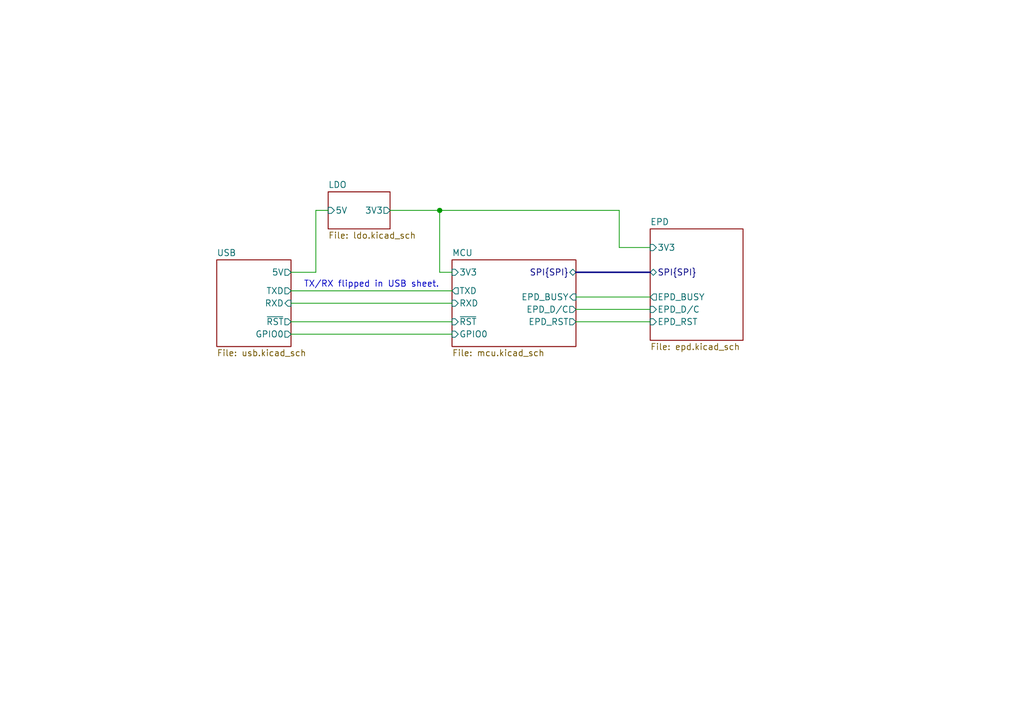
<source format=kicad_sch>
(kicad_sch
	(version 20231120)
	(generator "eeschema")
	(generator_version "8.0")
	(uuid "50da2b4e-34b1-4787-8ee6-5d7d17f804f4")
	(paper "A5")
	(lib_symbols)
	(bus_alias "SPI"
		(members "MOSI" "MISO" "SCLK" "~{CS}")
	)
	(junction
		(at 90.17 43.18)
		(diameter 0)
		(color 0 0 0 0)
		(uuid "e24450bb-a1e7-43ab-bf31-1431b13e8f44")
	)
	(wire
		(pts
			(xy 59.69 62.23) (xy 92.71 62.23)
		)
		(stroke
			(width 0)
			(type default)
		)
		(uuid "0a47dc8d-047f-404d-8fc2-cb8278495178")
	)
	(wire
		(pts
			(xy 127 43.18) (xy 127 50.8)
		)
		(stroke
			(width 0)
			(type default)
		)
		(uuid "38d912ab-7600-4f57-be85-ea510def16d6")
	)
	(wire
		(pts
			(xy 90.17 43.18) (xy 80.01 43.18)
		)
		(stroke
			(width 0)
			(type default)
		)
		(uuid "426b762c-8d50-40f5-ae0e-43aeffc17780")
	)
	(bus
		(pts
			(xy 118.11 55.88) (xy 133.35 55.88)
		)
		(stroke
			(width 0)
			(type default)
		)
		(uuid "4e035a39-0a3e-4f4d-ae67-8b0a5c300e61")
	)
	(wire
		(pts
			(xy 118.11 66.04) (xy 133.35 66.04)
		)
		(stroke
			(width 0)
			(type default)
		)
		(uuid "7a22827b-3346-40c3-9076-f773771b461f")
	)
	(wire
		(pts
			(xy 64.77 55.88) (xy 64.77 43.18)
		)
		(stroke
			(width 0)
			(type default)
		)
		(uuid "9298590a-2188-4e94-87a7-6ae1ecfe8217")
	)
	(wire
		(pts
			(xy 59.69 68.58) (xy 92.71 68.58)
		)
		(stroke
			(width 0)
			(type default)
		)
		(uuid "93c196f4-d05f-4724-9d2f-2290f976a2b7")
	)
	(wire
		(pts
			(xy 59.69 59.69) (xy 92.71 59.69)
		)
		(stroke
			(width 0)
			(type default)
		)
		(uuid "a09c9dfd-c529-40af-a19f-ca1ec95d2bd2")
	)
	(wire
		(pts
			(xy 127 43.18) (xy 90.17 43.18)
		)
		(stroke
			(width 0)
			(type default)
		)
		(uuid "a0e8b2eb-8354-444e-9870-b0ea416134dd")
	)
	(wire
		(pts
			(xy 59.69 66.04) (xy 92.71 66.04)
		)
		(stroke
			(width 0)
			(type default)
		)
		(uuid "acd6966f-1ee7-45e1-8b65-2bb7dbbc329d")
	)
	(wire
		(pts
			(xy 118.11 63.5) (xy 133.35 63.5)
		)
		(stroke
			(width 0)
			(type default)
		)
		(uuid "b87e882f-a1ed-439c-b7ef-34ee13e58e57")
	)
	(wire
		(pts
			(xy 133.35 50.8) (xy 127 50.8)
		)
		(stroke
			(width 0)
			(type default)
		)
		(uuid "c04b22e8-05a6-4a88-84dd-cf2aff4c0bbc")
	)
	(wire
		(pts
			(xy 92.71 55.88) (xy 90.17 55.88)
		)
		(stroke
			(width 0)
			(type default)
		)
		(uuid "cf517fb6-f3a8-4b88-8377-cb3d27eb5e00")
	)
	(wire
		(pts
			(xy 59.69 55.88) (xy 64.77 55.88)
		)
		(stroke
			(width 0)
			(type default)
		)
		(uuid "d3241755-852a-464b-9585-b68dedc0d6f6")
	)
	(wire
		(pts
			(xy 118.11 60.96) (xy 133.35 60.96)
		)
		(stroke
			(width 0)
			(type default)
		)
		(uuid "d37a0471-77c8-4e10-bbd5-9d90420a17e8")
	)
	(wire
		(pts
			(xy 90.17 55.88) (xy 90.17 43.18)
		)
		(stroke
			(width 0)
			(type default)
		)
		(uuid "dd94032e-318f-4742-884e-8bbfc60cac8e")
	)
	(wire
		(pts
			(xy 64.77 43.18) (xy 67.31 43.18)
		)
		(stroke
			(width 0)
			(type default)
		)
		(uuid "df1983dd-ed40-442f-a3e6-dba1c7e12903")
	)
	(text "TX/RX flipped in USB sheet."
		(exclude_from_sim no)
		(at 76.2 58.42 0)
		(effects
			(font
				(size 1.27 1.27)
			)
		)
		(uuid "244b8a04-bf6f-4142-9b19-d34e5d34d4b0")
	)
	(sheet
		(at 67.31 39.37)
		(size 12.7 7.62)
		(fields_autoplaced yes)
		(stroke
			(width 0.1524)
			(type solid)
		)
		(fill
			(color 0 0 0 0.0000)
		)
		(uuid "36ef99fe-a89f-4e2b-807e-d0c916080945")
		(property "Sheetname" "LDO"
			(at 67.31 38.6584 0)
			(effects
				(font
					(size 1.27 1.27)
				)
				(justify left bottom)
			)
		)
		(property "Sheetfile" "ldo.kicad_sch"
			(at 67.31 47.5746 0)
			(effects
				(font
					(size 1.27 1.27)
				)
				(justify left top)
			)
		)
		(pin "3V3" output
			(at 80.01 43.18 0)
			(effects
				(font
					(size 1.27 1.27)
				)
				(justify right)
			)
			(uuid "90d306e7-2b53-4519-95e2-90edaa2a7669")
		)
		(pin "5V" input
			(at 67.31 43.18 180)
			(effects
				(font
					(size 1.27 1.27)
				)
				(justify left)
			)
			(uuid "6032f158-071a-4623-8460-b5a8a9898378")
		)
		(instances
			(project "busbuddy"
				(path "/50da2b4e-34b1-4787-8ee6-5d7d17f804f4"
					(page "5")
				)
			)
		)
	)
	(sheet
		(at 92.71 53.34)
		(size 25.4 17.78)
		(fields_autoplaced yes)
		(stroke
			(width 0.1524)
			(type solid)
		)
		(fill
			(color 0 0 0 0.0000)
		)
		(uuid "81f185f6-8abd-42b2-b2d9-f7e00f67ab8b")
		(property "Sheetname" "MCU"
			(at 92.71 52.6284 0)
			(effects
				(font
					(size 1.27 1.27)
				)
				(justify left bottom)
			)
		)
		(property "Sheetfile" "mcu.kicad_sch"
			(at 92.71 71.7046 0)
			(effects
				(font
					(size 1.27 1.27)
				)
				(justify left top)
			)
		)
		(pin "TXD" output
			(at 92.71 59.69 180)
			(effects
				(font
					(size 1.27 1.27)
				)
				(justify left)
			)
			(uuid "e96b5cfd-2514-41a3-8869-3c8c71ee5b4f")
		)
		(pin "RXD" input
			(at 92.71 62.23 180)
			(effects
				(font
					(size 1.27 1.27)
				)
				(justify left)
			)
			(uuid "46122c52-ec84-49f8-bb2a-39424ab49d9e")
		)
		(pin "SPI{SPI}" bidirectional
			(at 118.11 55.88 0)
			(effects
				(font
					(size 1.27 1.27)
				)
				(justify right)
			)
			(uuid "e14a1998-6ba9-4fac-bbb7-edc697ca5a0c")
		)
		(pin "3V3" input
			(at 92.71 55.88 180)
			(effects
				(font
					(size 1.27 1.27)
				)
				(justify left)
			)
			(uuid "dec3254c-d0b7-46b3-9fe4-f39ba294024d")
		)
		(pin "GPIO0" input
			(at 92.71 68.58 180)
			(effects
				(font
					(size 1.27 1.27)
				)
				(justify left)
			)
			(uuid "8614f482-99c5-4fd5-9b64-9f6f0647fb04")
		)
		(pin "~{RST}" input
			(at 92.71 66.04 180)
			(effects
				(font
					(size 1.27 1.27)
				)
				(justify left)
			)
			(uuid "9ef3b123-0f06-41d7-a62f-4123f874048d")
		)
		(pin "EPD_BUSY" input
			(at 118.11 60.96 0)
			(effects
				(font
					(size 1.27 1.27)
				)
				(justify right)
			)
			(uuid "b80fd3d3-880c-4014-93a3-8cf36e15235f")
		)
		(pin "EPD_D{slash}C" output
			(at 118.11 63.5 0)
			(effects
				(font
					(size 1.27 1.27)
				)
				(justify right)
			)
			(uuid "0da1e10c-e523-478d-a95c-dc422daf56a2")
		)
		(pin "EPD_RST" output
			(at 118.11 66.04 0)
			(effects
				(font
					(size 1.27 1.27)
				)
				(justify right)
			)
			(uuid "66579a49-baa8-4b09-9d97-e69bcb43e751")
		)
		(instances
			(project "busbuddy"
				(path "/50da2b4e-34b1-4787-8ee6-5d7d17f804f4"
					(page "3")
				)
			)
		)
	)
	(sheet
		(at 44.45 53.34)
		(size 15.24 17.78)
		(fields_autoplaced yes)
		(stroke
			(width 0.1524)
			(type solid)
		)
		(fill
			(color 0 0 0 0.0000)
		)
		(uuid "951b5697-f1e3-4d2e-841e-7032f41eb35f")
		(property "Sheetname" "USB"
			(at 44.45 52.6284 0)
			(effects
				(font
					(size 1.27 1.27)
				)
				(justify left bottom)
			)
		)
		(property "Sheetfile" "usb.kicad_sch"
			(at 44.45 71.7046 0)
			(effects
				(font
					(size 1.27 1.27)
				)
				(justify left top)
			)
		)
		(property "Field2" ""
			(at 44.45 53.34 0)
			(effects
				(font
					(size 1.27 1.27)
				)
				(hide yes)
			)
		)
		(pin "TXD" output
			(at 59.69 59.69 0)
			(effects
				(font
					(size 1.27 1.27)
				)
				(justify right)
			)
			(uuid "3a8215c4-bb7b-49b1-b6e0-96bde4a0927a")
		)
		(pin "RXD" input
			(at 59.69 62.23 0)
			(effects
				(font
					(size 1.27 1.27)
				)
				(justify right)
			)
			(uuid "fb3d52a5-23a2-456f-8f8c-94815a244429")
		)
		(pin "5V" output
			(at 59.69 55.88 0)
			(effects
				(font
					(size 1.27 1.27)
				)
				(justify right)
			)
			(uuid "4d3be58a-aa4e-4df5-8171-8cc53cf7d4a9")
		)
		(pin "~{RST}" output
			(at 59.69 66.04 0)
			(effects
				(font
					(size 1.27 1.27)
				)
				(justify right)
			)
			(uuid "624f87a7-f7fd-42c2-acdb-3f4020747f0f")
		)
		(pin "GPIO0" output
			(at 59.69 68.58 0)
			(effects
				(font
					(size 1.27 1.27)
				)
				(justify right)
			)
			(uuid "6537f2c7-6b54-4693-8bff-c398e4fcc4d7")
		)
		(instances
			(project "busbuddy"
				(path "/50da2b4e-34b1-4787-8ee6-5d7d17f804f4"
					(page "2")
				)
			)
		)
	)
	(sheet
		(at 133.35 46.99)
		(size 19.05 22.86)
		(fields_autoplaced yes)
		(stroke
			(width 0.1524)
			(type solid)
		)
		(fill
			(color 0 0 0 0.0000)
		)
		(uuid "d598949e-74c6-4803-8db9-612ef03f3111")
		(property "Sheetname" "EPD"
			(at 133.35 46.2784 0)
			(effects
				(font
					(size 1.27 1.27)
				)
				(justify left bottom)
			)
		)
		(property "Sheetfile" "epd.kicad_sch"
			(at 133.35 70.4346 0)
			(effects
				(font
					(size 1.27 1.27)
				)
				(justify left top)
			)
		)
		(pin "SPI{SPI}" bidirectional
			(at 133.35 55.88 180)
			(effects
				(font
					(size 1.27 1.27)
				)
				(justify left)
			)
			(uuid "dcf2e7ec-e13f-435c-afdc-6af5a7b8bfad")
		)
		(pin "3V3" input
			(at 133.35 50.8 180)
			(effects
				(font
					(size 1.27 1.27)
				)
				(justify left)
			)
			(uuid "8886c7ca-ab7d-42dc-9a50-9e242336f23b")
		)
		(pin "EPD_D{slash}C" input
			(at 133.35 63.5 180)
			(effects
				(font
					(size 1.27 1.27)
				)
				(justify left)
			)
			(uuid "191469ab-d343-48a5-932c-5cd0a5194499")
		)
		(pin "EPD_RST" input
			(at 133.35 66.04 180)
			(effects
				(font
					(size 1.27 1.27)
				)
				(justify left)
			)
			(uuid "29a3c807-b06c-4215-a14a-69619feffc11")
		)
		(pin "EPD_BUSY" output
			(at 133.35 60.96 180)
			(effects
				(font
					(size 1.27 1.27)
				)
				(justify left)
			)
			(uuid "cc084c23-28a3-4a07-a3fd-d1aabc34b834")
		)
		(instances
			(project "busbuddy"
				(path "/50da2b4e-34b1-4787-8ee6-5d7d17f804f4"
					(page "4")
				)
			)
		)
	)
	(sheet_instances
		(path "/"
			(page "1")
		)
	)
)

</source>
